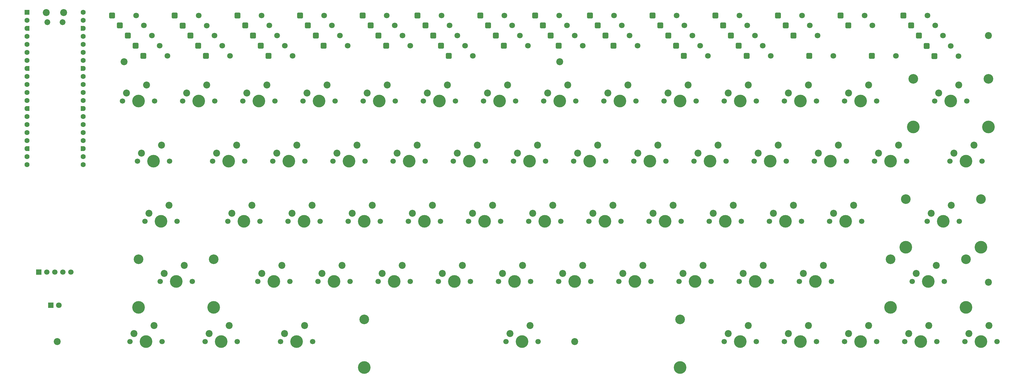
<source format=gbr>
%TF.GenerationSoftware,KiCad,Pcbnew,9.0.4*%
%TF.CreationDate,2025-10-25T14:37:41+02:00*%
%TF.ProjectId,orione-v2,6f72696f-6e65-42d7-9632-2e6b69636164,rev?*%
%TF.SameCoordinates,Original*%
%TF.FileFunction,Soldermask,Bot*%
%TF.FilePolarity,Negative*%
%FSLAX46Y46*%
G04 Gerber Fmt 4.6, Leading zero omitted, Abs format (unit mm)*
G04 Created by KiCad (PCBNEW 9.0.4) date 2025-10-25 14:37:41*
%MOMM*%
%LPD*%
G01*
G04 APERTURE LIST*
G04 Aperture macros list*
%AMRoundRect*
0 Rectangle with rounded corners*
0 $1 Rounding radius*
0 $2 $3 $4 $5 $6 $7 $8 $9 X,Y pos of 4 corners*
0 Add a 4 corners polygon primitive as box body*
4,1,4,$2,$3,$4,$5,$6,$7,$8,$9,$2,$3,0*
0 Add four circle primitives for the rounded corners*
1,1,$1+$1,$2,$3*
1,1,$1+$1,$4,$5*
1,1,$1+$1,$6,$7*
1,1,$1+$1,$8,$9*
0 Add four rect primitives between the rounded corners*
20,1,$1+$1,$2,$3,$4,$5,0*
20,1,$1+$1,$4,$5,$6,$7,0*
20,1,$1+$1,$6,$7,$8,$9,0*
20,1,$1+$1,$8,$9,$2,$3,0*%
%AMFreePoly0*
4,1,37,0.603843,0.796157,0.639018,0.796157,0.711114,0.766294,0.766294,0.711114,0.796157,0.639018,0.796157,0.603843,0.800000,0.600000,0.800000,-0.600000,0.796157,-0.603843,0.796157,-0.639018,0.766294,-0.711114,0.711114,-0.766294,0.639018,-0.796157,0.603843,-0.796157,0.600000,-0.800000,0.000000,-0.800000,0.000000,-0.796148,-0.078414,-0.796148,-0.232228,-0.765552,-0.377117,-0.705537,
-0.507515,-0.618408,-0.618408,-0.507515,-0.705537,-0.377117,-0.765552,-0.232228,-0.796148,-0.078414,-0.796148,0.078414,-0.765552,0.232228,-0.705537,0.377117,-0.618408,0.507515,-0.507515,0.618408,-0.377117,0.705537,-0.232228,0.765552,-0.078414,0.796148,0.000000,0.796148,0.000000,0.800000,0.600000,0.800000,0.603843,0.796157,0.603843,0.796157,$1*%
%AMFreePoly1*
4,1,37,0.000000,0.796148,0.078414,0.796148,0.232228,0.765552,0.377117,0.705537,0.507515,0.618408,0.618408,0.507515,0.705537,0.377117,0.765552,0.232228,0.796148,0.078414,0.796148,-0.078414,0.765552,-0.232228,0.705537,-0.377117,0.618408,-0.507515,0.507515,-0.618408,0.377117,-0.705537,0.232228,-0.765552,0.078414,-0.796148,0.000000,-0.796148,0.000000,-0.800000,-0.600000,-0.800000,
-0.603843,-0.796157,-0.639018,-0.796157,-0.711114,-0.766294,-0.766294,-0.711114,-0.796157,-0.639018,-0.796157,-0.603843,-0.800000,-0.600000,-0.800000,0.600000,-0.796157,0.603843,-0.796157,0.639018,-0.766294,0.711114,-0.711114,0.766294,-0.639018,0.796157,-0.603843,0.796157,-0.600000,0.800000,0.000000,0.800000,0.000000,0.796148,0.000000,0.796148,$1*%
G04 Aperture macros list end*
%ADD10RoundRect,0.250000X-0.650000X-0.650000X0.650000X-0.650000X0.650000X0.650000X-0.650000X0.650000X0*%
%ADD11C,1.800000*%
%ADD12C,2.200000*%
%ADD13C,1.700000*%
%ADD14C,4.000000*%
%ADD15R,1.800000X1.800000*%
%ADD16C,3.050000*%
%ADD17R,1.700000X1.700000*%
%ADD18C,1.850000*%
%ADD19RoundRect,0.200000X-0.600000X-0.600000X0.600000X-0.600000X0.600000X0.600000X-0.600000X0.600000X0*%
%ADD20C,1.600000*%
%ADD21FreePoly0,0.000000*%
%ADD22FreePoly1,0.000000*%
G04 APERTURE END LIST*
D10*
%TO.C,D7*%
X195667500Y-79662500D03*
D11*
X203287500Y-79662500D03*
%TD*%
D10*
%TO.C,D38*%
X255187500Y-86070000D03*
D11*
X262807500Y-86070000D03*
%TD*%
D10*
%TO.C,D50*%
X237810000Y-89280000D03*
D11*
X245430000Y-89280000D03*
%TD*%
D10*
%TO.C,D55*%
X108850000Y-92480000D03*
D11*
X116470000Y-92480000D03*
%TD*%
D10*
%TO.C,D11*%
X270067500Y-79662500D03*
D11*
X277687500Y-79662500D03*
%TD*%
D12*
%TO.C,REF\u002A\u002A*%
X82902500Y-94305000D03*
%TD*%
D10*
%TO.C,D2*%
X98947500Y-79662500D03*
D11*
X106567500Y-79662500D03*
%TD*%
D10*
%TO.C,D23*%
X232850000Y-82860000D03*
D11*
X240470000Y-82860000D03*
%TD*%
D10*
%TO.C,D15*%
X81587500Y-82862500D03*
D11*
X89207500Y-82862500D03*
%TD*%
D13*
%TO.C,SW54*%
X84773750Y-182987500D03*
D14*
X89853750Y-182987500D03*
D13*
X94933750Y-182987500D03*
D12*
X92393750Y-177907500D03*
X86043750Y-180447500D03*
%TD*%
D10*
%TO.C,D24*%
X252700000Y-82860000D03*
D11*
X260320000Y-82860000D03*
%TD*%
D10*
%TO.C,D37*%
X235340000Y-86070000D03*
D11*
X242960000Y-86070000D03*
%TD*%
D13*
%TO.C,SW9*%
X234792500Y-106787500D03*
D14*
X239872500Y-106787500D03*
D13*
X244952500Y-106787500D03*
D12*
X242412500Y-101707500D03*
X236062500Y-104247500D03*
%TD*%
D13*
%TO.C,SW18*%
X149067500Y-125837500D03*
D14*
X154147500Y-125837500D03*
D13*
X159227500Y-125837500D03*
D12*
X156687500Y-120757500D03*
X150337500Y-123297500D03*
%TD*%
D10*
%TO.C,D44*%
X126197500Y-89275000D03*
D11*
X133817500Y-89275000D03*
%TD*%
D13*
%TO.C,SW45*%
X163355000Y-163937500D03*
D14*
X168435000Y-163937500D03*
D13*
X173515000Y-163937500D03*
D12*
X170975000Y-158857500D03*
X164625000Y-161397500D03*
%TD*%
D15*
%TO.C,D63*%
X59713460Y-171470000D03*
D11*
X62253460Y-171470000D03*
%TD*%
D16*
%TO.C,SW42*%
X87478750Y-156937500D03*
D14*
X87478750Y-172177500D03*
D13*
X94298750Y-163937500D03*
D14*
X99378750Y-163937500D03*
D13*
X104458750Y-163937500D03*
D16*
X111278750Y-156937500D03*
D14*
X111278750Y-172177500D03*
D12*
X101918750Y-158857500D03*
X95568750Y-161397500D03*
%TD*%
D10*
%TO.C,D48*%
X203100000Y-89280000D03*
D11*
X210720000Y-89280000D03*
%TD*%
D10*
%TO.C,D21*%
X198140000Y-82860000D03*
D11*
X205760000Y-82860000D03*
%TD*%
D10*
%TO.C,D8*%
X213027500Y-79662500D03*
D11*
X220647500Y-79662500D03*
%TD*%
D10*
%TO.C,D9*%
X230387500Y-79662500D03*
D11*
X238007500Y-79662500D03*
%TD*%
D10*
%TO.C,D57*%
X185730000Y-92490000D03*
D11*
X193350000Y-92490000D03*
%TD*%
D10*
%TO.C,D43*%
X106360000Y-89280000D03*
D11*
X113980000Y-89280000D03*
%TD*%
D10*
%TO.C,D14*%
X329587500Y-79662500D03*
D11*
X337207500Y-79662500D03*
%TD*%
D16*
%TO.C,SW53*%
X325603750Y-156937500D03*
D14*
X325603750Y-172177500D03*
D13*
X332423750Y-163937500D03*
D14*
X337503750Y-163937500D03*
D13*
X342583750Y-163937500D03*
D16*
X349403750Y-156937500D03*
D14*
X349403750Y-172177500D03*
D12*
X340043750Y-158857500D03*
X333693750Y-161397500D03*
%TD*%
D16*
%TO.C,SW57*%
X158916250Y-175987500D03*
D14*
X158916250Y-191227500D03*
D13*
X203836250Y-182987500D03*
D14*
X208916250Y-182987500D03*
D13*
X213996250Y-182987500D03*
D16*
X258916250Y-175987500D03*
D14*
X258916250Y-191227500D03*
D12*
X211456250Y-177907500D03*
X205106250Y-180447500D03*
%TD*%
D13*
%TO.C,SW11*%
X272892500Y-106787500D03*
D14*
X277972500Y-106787500D03*
D13*
X283052500Y-106787500D03*
D12*
X280512500Y-101707500D03*
X274162500Y-104247500D03*
%TD*%
D10*
%TO.C,D59*%
X279970000Y-92490000D03*
D11*
X287590000Y-92490000D03*
%TD*%
D13*
%TO.C,SW30*%
X115730000Y-144887500D03*
D14*
X120810000Y-144887500D03*
D13*
X125890000Y-144887500D03*
D12*
X123350000Y-139807500D03*
X117000000Y-142347500D03*
%TD*%
D13*
%TO.C,SW10*%
X253842500Y-106787500D03*
D14*
X258922500Y-106787500D03*
D13*
X264002500Y-106787500D03*
D12*
X261462500Y-101707500D03*
X255112500Y-104247500D03*
%TD*%
D13*
%TO.C,SW38*%
X268130000Y-144887500D03*
D14*
X273210000Y-144887500D03*
D13*
X278290000Y-144887500D03*
D12*
X275750000Y-139807500D03*
X269400000Y-142347500D03*
%TD*%
D13*
%TO.C,SW43*%
X125255000Y-163937500D03*
D14*
X130335000Y-163937500D03*
D13*
X135415000Y-163937500D03*
D12*
X132875000Y-158857500D03*
X126525000Y-161397500D03*
%TD*%
D13*
%TO.C,SW7*%
X196692500Y-106787500D03*
D14*
X201772500Y-106787500D03*
D13*
X206852500Y-106787500D03*
D12*
X204312500Y-101707500D03*
X197962500Y-104247500D03*
%TD*%
D10*
%TO.C,D62*%
X339490000Y-92530000D03*
D11*
X347110000Y-92530000D03*
%TD*%
D13*
%TO.C,SW4*%
X139542500Y-106787500D03*
D14*
X144622500Y-106787500D03*
D13*
X149702500Y-106787500D03*
D12*
X147162500Y-101707500D03*
X140812500Y-104247500D03*
%TD*%
D10*
%TO.C,D35*%
X200610000Y-86070000D03*
D11*
X208230000Y-86070000D03*
%TD*%
D13*
%TO.C,SW52*%
X296705000Y-163937500D03*
D14*
X301785000Y-163937500D03*
D13*
X306865000Y-163937500D03*
D12*
X304325000Y-158857500D03*
X297975000Y-161397500D03*
%TD*%
D13*
%TO.C,SW61*%
X330042500Y-182987500D03*
D14*
X335122500Y-182987500D03*
D13*
X340202500Y-182987500D03*
D12*
X337662500Y-177907500D03*
X331312500Y-180447500D03*
%TD*%
D10*
%TO.C,D33*%
X163427500Y-86062500D03*
D11*
X171047500Y-86062500D03*
%TD*%
D13*
%TO.C,SW20*%
X187167500Y-125837500D03*
D14*
X192247500Y-125837500D03*
D13*
X197327500Y-125837500D03*
D12*
X194787500Y-120757500D03*
X188437500Y-123297500D03*
%TD*%
D13*
%TO.C,SW6*%
X177642500Y-106787500D03*
D14*
X182722500Y-106787500D03*
D13*
X187802500Y-106787500D03*
D12*
X185262500Y-101707500D03*
X178912500Y-104247500D03*
%TD*%
D13*
%TO.C,SW27*%
X320517500Y-125837500D03*
D14*
X325597500Y-125837500D03*
D13*
X330677500Y-125837500D03*
D12*
X328137500Y-120757500D03*
X321787500Y-123297500D03*
%TD*%
D10*
%TO.C,D28*%
X332050000Y-82870000D03*
D11*
X339670000Y-82870000D03*
%TD*%
D12*
%TO.C,REF\u002A\u002A*%
X225585000Y-182987500D03*
%TD*%
D10*
%TO.C,D47*%
X183260000Y-89280000D03*
D11*
X190880000Y-89280000D03*
%TD*%
D13*
%TO.C,SW56*%
X132398750Y-182987500D03*
D14*
X137478750Y-182987500D03*
D13*
X142558750Y-182987500D03*
D12*
X140018750Y-177907500D03*
X133668750Y-180447500D03*
%TD*%
D10*
%TO.C,D3*%
X118787500Y-79662500D03*
D11*
X126407500Y-79662500D03*
%TD*%
D13*
%TO.C,SW8*%
X215742500Y-106787500D03*
D14*
X220822500Y-106787500D03*
D13*
X225902500Y-106787500D03*
D12*
X223362500Y-101707500D03*
X217012500Y-104247500D03*
%TD*%
D13*
%TO.C,SW26*%
X301467500Y-125837500D03*
D14*
X306547500Y-125837500D03*
D13*
X311627500Y-125837500D03*
D12*
X309087500Y-120757500D03*
X302737500Y-123297500D03*
%TD*%
D17*
%TO.C,J1*%
X55938460Y-160970000D03*
D13*
X58478460Y-160970000D03*
X61018460Y-160970000D03*
X63558460Y-160970000D03*
X66098460Y-160970000D03*
%TD*%
%TO.C,SW31*%
X134780000Y-144887500D03*
D14*
X139860000Y-144887500D03*
D13*
X144940000Y-144887500D03*
D12*
X142400000Y-139807500D03*
X136050000Y-142347500D03*
%TD*%
D13*
%TO.C,SW29*%
X89536250Y-144887500D03*
D14*
X94616250Y-144887500D03*
D13*
X99696250Y-144887500D03*
D12*
X97156250Y-139807500D03*
X90806250Y-142347500D03*
%TD*%
D10*
%TO.C,D10*%
X250227500Y-79662500D03*
D11*
X257847500Y-79662500D03*
%TD*%
D13*
%TO.C,SW22*%
X225267500Y-125837500D03*
D14*
X230347500Y-125837500D03*
D13*
X235427500Y-125837500D03*
D12*
X232887500Y-120757500D03*
X226537500Y-123297500D03*
%TD*%
D13*
%TO.C,SW2*%
X101442500Y-106787500D03*
D14*
X106522500Y-106787500D03*
D13*
X111602500Y-106787500D03*
D12*
X109062500Y-101707500D03*
X102712500Y-104247500D03*
%TD*%
D10*
%TO.C,D34*%
X180787500Y-86070000D03*
D11*
X188407500Y-86070000D03*
%TD*%
D13*
%TO.C,SW5*%
X158592500Y-106787500D03*
D14*
X163672500Y-106787500D03*
D13*
X168752500Y-106787500D03*
D12*
X166212500Y-101707500D03*
X159862500Y-104247500D03*
%TD*%
D10*
%TO.C,D46*%
X165900000Y-89270000D03*
D11*
X173520000Y-89270000D03*
%TD*%
D10*
%TO.C,D52*%
X277500000Y-89280000D03*
D11*
X285120000Y-89280000D03*
%TD*%
D10*
%TO.C,D49*%
X220460000Y-89280000D03*
D11*
X228080000Y-89280000D03*
%TD*%
D10*
%TO.C,D30*%
X103870000Y-86080000D03*
D11*
X111490000Y-86080000D03*
%TD*%
D10*
%TO.C,D25*%
X272547500Y-82865000D03*
D11*
X280167500Y-82865000D03*
%TD*%
D10*
%TO.C,D51*%
X257660000Y-89280000D03*
D11*
X265280000Y-89280000D03*
%TD*%
D13*
%TO.C,SW23*%
X244317500Y-125837500D03*
D14*
X249397500Y-125837500D03*
D13*
X254477500Y-125837500D03*
D12*
X251937500Y-120757500D03*
X245587500Y-123297500D03*
%TD*%
D13*
%TO.C,SW12*%
X291942500Y-106787500D03*
D14*
X297022500Y-106787500D03*
D13*
X302102500Y-106787500D03*
D12*
X299562500Y-101707500D03*
X293212500Y-104247500D03*
%TD*%
D10*
%TO.C,D32*%
X143587500Y-86065000D03*
D11*
X151207500Y-86065000D03*
%TD*%
D13*
%TO.C,SW17*%
X130017500Y-125837500D03*
D14*
X135097500Y-125837500D03*
D13*
X140177500Y-125837500D03*
D12*
X137637500Y-120757500D03*
X131287500Y-123297500D03*
%TD*%
%TO.C,REF\u002A\u002A*%
X356547500Y-164205000D03*
%TD*%
D13*
%TO.C,SW34*%
X191930000Y-144887500D03*
D14*
X197010000Y-144887500D03*
D13*
X202090000Y-144887500D03*
D12*
X199550000Y-139807500D03*
X193200000Y-142347500D03*
%TD*%
%TO.C,REF\u002A\u002A*%
X220822500Y-94305000D03*
%TD*%
D13*
%TO.C,SW55*%
X108586250Y-182987500D03*
D14*
X113666250Y-182987500D03*
D13*
X118746250Y-182987500D03*
D12*
X116206250Y-177907500D03*
X109856250Y-180447500D03*
%TD*%
D13*
%TO.C,SW44*%
X144305000Y-163937500D03*
D14*
X149385000Y-163937500D03*
D13*
X154465000Y-163937500D03*
D12*
X151925000Y-158857500D03*
X145575000Y-161397500D03*
%TD*%
D16*
%TO.C,SW14*%
X332747500Y-99787500D03*
D14*
X332747500Y-115027500D03*
D13*
X339567500Y-106787500D03*
D14*
X344647500Y-106787500D03*
D13*
X349727500Y-106787500D03*
D16*
X356547500Y-99787500D03*
D14*
X356547500Y-115027500D03*
D12*
X347187500Y-101707500D03*
X340837500Y-104247500D03*
%TD*%
D13*
%TO.C,SW21*%
X206217500Y-125837500D03*
D14*
X211297500Y-125837500D03*
D13*
X216377500Y-125837500D03*
D12*
X213837500Y-120757500D03*
X207487500Y-123297500D03*
%TD*%
D13*
%TO.C,SW59*%
X291942500Y-182987500D03*
D14*
X297022500Y-182987500D03*
D13*
X302102500Y-182987500D03*
D12*
X299562500Y-177907500D03*
X293212500Y-180447500D03*
%TD*%
D10*
%TO.C,D22*%
X215500000Y-82860000D03*
D11*
X223120000Y-82860000D03*
%TD*%
D13*
%TO.C,SW25*%
X282417500Y-125837500D03*
D14*
X287497500Y-125837500D03*
D13*
X292577500Y-125837500D03*
D12*
X290037500Y-120757500D03*
X283687500Y-123297500D03*
%TD*%
D10*
%TO.C,D45*%
X146067500Y-89265000D03*
D11*
X153687500Y-89265000D03*
%TD*%
D13*
%TO.C,SW15*%
X87155000Y-125837500D03*
D14*
X92235000Y-125837500D03*
D13*
X97315000Y-125837500D03*
D12*
X94775000Y-120757500D03*
X88425000Y-123297500D03*
%TD*%
D13*
%TO.C,SW47*%
X201455000Y-163937500D03*
D14*
X206535000Y-163937500D03*
D13*
X211615000Y-163937500D03*
D12*
X209075000Y-158857500D03*
X202725000Y-161397500D03*
%TD*%
D13*
%TO.C,SW3*%
X120492500Y-106787500D03*
D14*
X125572500Y-106787500D03*
D13*
X130652500Y-106787500D03*
D12*
X128112500Y-101707500D03*
X121762500Y-104247500D03*
%TD*%
D13*
%TO.C,SW13*%
X310992500Y-106787500D03*
D14*
X316072500Y-106787500D03*
D13*
X321152500Y-106787500D03*
D12*
X318612500Y-101707500D03*
X312262500Y-104247500D03*
%TD*%
D10*
%TO.C,D58*%
X260130000Y-92490000D03*
D11*
X267750000Y-92490000D03*
%TD*%
D13*
%TO.C,SW35*%
X210980000Y-144887500D03*
D14*
X216060000Y-144887500D03*
D13*
X221140000Y-144887500D03*
D12*
X218600000Y-139807500D03*
X212250000Y-142347500D03*
%TD*%
D10*
%TO.C,D13*%
X309747500Y-79662500D03*
D11*
X317367500Y-79662500D03*
%TD*%
D13*
%TO.C,SW36*%
X230030000Y-144887500D03*
D14*
X235110000Y-144887500D03*
D13*
X240190000Y-144887500D03*
D12*
X237650000Y-139807500D03*
X231300000Y-142347500D03*
%TD*%
D10*
%TO.C,D16*%
X101410000Y-82880000D03*
D11*
X109030000Y-82880000D03*
%TD*%
D12*
%TO.C,REF\u002A\u002A*%
X356547500Y-86055000D03*
%TD*%
D10*
%TO.C,D4*%
X138627500Y-79662500D03*
D11*
X146247500Y-79662500D03*
%TD*%
D13*
%TO.C,SW48*%
X220505000Y-163937500D03*
D14*
X225585000Y-163937500D03*
D13*
X230665000Y-163937500D03*
D12*
X228125000Y-158857500D03*
X221775000Y-161397500D03*
%TD*%
D10*
%TO.C,D31*%
X123720000Y-86080000D03*
D11*
X131340000Y-86080000D03*
%TD*%
D13*
%TO.C,SW49*%
X239555000Y-163937500D03*
D14*
X244635000Y-163937500D03*
D13*
X249715000Y-163937500D03*
D12*
X247175000Y-158857500D03*
X240825000Y-161397500D03*
%TD*%
D10*
%TO.C,D27*%
X312210000Y-82870000D03*
D11*
X319830000Y-82870000D03*
%TD*%
D10*
%TO.C,D12*%
X289907500Y-79665000D03*
D11*
X297527500Y-79665000D03*
%TD*%
D10*
%TO.C,D60*%
X299827500Y-92455000D03*
D11*
X307447500Y-92455000D03*
%TD*%
D10*
%TO.C,D42*%
X86520000Y-89280000D03*
D11*
X94140000Y-89280000D03*
%TD*%
D13*
%TO.C,SW51*%
X277655000Y-163937500D03*
D14*
X282735000Y-163937500D03*
D13*
X287815000Y-163937500D03*
D12*
X285275000Y-158857500D03*
X278925000Y-161397500D03*
%TD*%
D13*
%TO.C,SW1*%
X82392500Y-106787500D03*
D14*
X87472500Y-106787500D03*
D13*
X92552500Y-106787500D03*
D12*
X90012500Y-101707500D03*
X83662500Y-104247500D03*
%TD*%
D10*
%TO.C,D6*%
X175827500Y-79662500D03*
D11*
X183447500Y-79662500D03*
%TD*%
D10*
%TO.C,D26*%
X292387500Y-82862500D03*
D11*
X300007500Y-82862500D03*
%TD*%
D10*
%TO.C,D1*%
X79097500Y-79662500D03*
D11*
X86717500Y-79662500D03*
%TD*%
D13*
%TO.C,SW19*%
X168117500Y-125837500D03*
D14*
X173197500Y-125837500D03*
D13*
X178277500Y-125837500D03*
D12*
X175737500Y-120757500D03*
X169387500Y-123297500D03*
%TD*%
D13*
%TO.C,SW58*%
X272892500Y-182987500D03*
D14*
X277972500Y-182987500D03*
D13*
X283052500Y-182987500D03*
D12*
X280512500Y-177907500D03*
X274162500Y-180447500D03*
%TD*%
D13*
%TO.C,SW39*%
X287180000Y-144887500D03*
D14*
X292260000Y-144887500D03*
D13*
X297340000Y-144887500D03*
D12*
X294800000Y-139807500D03*
X288450000Y-142347500D03*
%TD*%
%TO.C,REF\u002A\u002A*%
X61712500Y-182987500D03*
%TD*%
D10*
%TO.C,D18*%
X141107500Y-82862500D03*
D11*
X148727500Y-82862500D03*
%TD*%
D10*
%TO.C,D40*%
X294860000Y-86070000D03*
D11*
X302480000Y-86070000D03*
%TD*%
D13*
%TO.C,SW32*%
X153830000Y-144887500D03*
D14*
X158910000Y-144887500D03*
D13*
X163990000Y-144887500D03*
D12*
X161450000Y-139807500D03*
X155100000Y-142347500D03*
%TD*%
D10*
%TO.C,D5*%
X158467500Y-79662500D03*
D11*
X166087500Y-79662500D03*
%TD*%
D10*
%TO.C,D41*%
X334530000Y-86090000D03*
D11*
X342150000Y-86090000D03*
%TD*%
D13*
%TO.C,SW60*%
X310992500Y-182987500D03*
D14*
X316072500Y-182987500D03*
D13*
X321152500Y-182987500D03*
D12*
X318612500Y-177907500D03*
X312262500Y-180447500D03*
%TD*%
D10*
%TO.C,D29*%
X84060000Y-86070000D03*
D11*
X91680000Y-86070000D03*
%TD*%
D13*
%TO.C,SW24*%
X263367500Y-125837500D03*
D14*
X268447500Y-125837500D03*
D13*
X273527500Y-125837500D03*
D12*
X270987500Y-120757500D03*
X264637500Y-123297500D03*
%TD*%
D10*
%TO.C,D56*%
X128667500Y-92470000D03*
D11*
X136287500Y-92470000D03*
%TD*%
D13*
%TO.C,SW62*%
X349092500Y-182987500D03*
D14*
X354172500Y-182987500D03*
D13*
X359252500Y-182987500D03*
D12*
X356712500Y-177907500D03*
X350362500Y-180447500D03*
%TD*%
D13*
%TO.C,SW28*%
X344330000Y-125837500D03*
D14*
X349410000Y-125837500D03*
D13*
X354490000Y-125837500D03*
D12*
X351950000Y-120757500D03*
X345600000Y-123297500D03*
%TD*%
D16*
%TO.C,SW41*%
X330366250Y-137887500D03*
D14*
X330366250Y-153127500D03*
D13*
X337186250Y-144887500D03*
D14*
X342266250Y-144887500D03*
D13*
X347346250Y-144887500D03*
D16*
X354166250Y-137887500D03*
D14*
X354166250Y-153127500D03*
D12*
X344806250Y-139807500D03*
X338456250Y-142347500D03*
%TD*%
D10*
%TO.C,D39*%
X275010000Y-86070000D03*
D11*
X282630000Y-86070000D03*
%TD*%
D13*
%TO.C,SW16*%
X110967500Y-125837500D03*
D14*
X116047500Y-125837500D03*
D13*
X121127500Y-125837500D03*
D12*
X118587500Y-120757500D03*
X112237500Y-123297500D03*
%TD*%
D13*
%TO.C,SW37*%
X249080000Y-144887500D03*
D14*
X254160000Y-144887500D03*
D13*
X259240000Y-144887500D03*
D12*
X256700000Y-139807500D03*
X250350000Y-142347500D03*
%TD*%
D10*
%TO.C,D53*%
X337027500Y-89310000D03*
D11*
X344647500Y-89310000D03*
%TD*%
D10*
%TO.C,D54*%
X89000000Y-92490000D03*
D11*
X96620000Y-92490000D03*
%TD*%
D13*
%TO.C,SW33*%
X172880000Y-144887500D03*
D14*
X177960000Y-144887500D03*
D13*
X183040000Y-144887500D03*
D12*
X180500000Y-139807500D03*
X174150000Y-142347500D03*
%TD*%
D10*
%TO.C,D61*%
X319667500Y-92455000D03*
D11*
X327287500Y-92455000D03*
%TD*%
D10*
%TO.C,D17*%
X121240000Y-82870000D03*
D11*
X128860000Y-82870000D03*
%TD*%
D10*
%TO.C,D20*%
X178307500Y-82862500D03*
D11*
X185927500Y-82862500D03*
%TD*%
D12*
%TO.C,A1*%
X58307100Y-78795000D03*
D18*
X58607100Y-81825000D03*
X63457100Y-81825000D03*
D12*
X63757100Y-78795000D03*
D19*
X52142100Y-78665000D03*
D20*
X52142100Y-81205000D03*
D21*
X52142100Y-83745000D03*
D20*
X52142100Y-86285000D03*
X52142100Y-88825000D03*
X52142100Y-91365000D03*
X52142100Y-93905000D03*
D21*
X52142100Y-96445000D03*
D20*
X52142100Y-98985000D03*
X52142100Y-101525000D03*
X52142100Y-104065000D03*
X52142100Y-106605000D03*
D21*
X52142100Y-109145000D03*
D20*
X52142100Y-111685000D03*
X52142100Y-114225000D03*
X52142100Y-116765000D03*
X52142100Y-119305000D03*
D21*
X52142100Y-121845000D03*
D20*
X52142100Y-124385000D03*
X52142100Y-126925000D03*
X69922100Y-126925000D03*
X69922100Y-124385000D03*
D22*
X69922100Y-121845000D03*
D20*
X69922100Y-119305000D03*
X69922100Y-116765000D03*
X69922100Y-114225000D03*
X69922100Y-111685000D03*
D22*
X69922100Y-109145000D03*
D20*
X69922100Y-106605000D03*
X69922100Y-104065000D03*
X69922100Y-101525000D03*
X69922100Y-98985000D03*
D22*
X69922100Y-96445000D03*
D20*
X69922100Y-93905000D03*
X69922100Y-91365000D03*
X69922100Y-88825000D03*
X69922100Y-86285000D03*
D22*
X69922100Y-83745000D03*
D20*
X69922100Y-81205000D03*
X69922100Y-78665000D03*
%TD*%
D13*
%TO.C,SW40*%
X306230000Y-144887500D03*
D14*
X311310000Y-144887500D03*
D13*
X316390000Y-144887500D03*
D12*
X313850000Y-139807500D03*
X307500000Y-142347500D03*
%TD*%
D13*
%TO.C,SW46*%
X182405000Y-163937500D03*
D14*
X187485000Y-163937500D03*
D13*
X192565000Y-163937500D03*
D12*
X190025000Y-158857500D03*
X183675000Y-161397500D03*
%TD*%
D10*
%TO.C,D36*%
X217987500Y-86070000D03*
D11*
X225607500Y-86070000D03*
%TD*%
D13*
%TO.C,SW50*%
X258605000Y-163937500D03*
D14*
X263685000Y-163937500D03*
D13*
X268765000Y-163937500D03*
D12*
X266225000Y-158857500D03*
X259875000Y-161397500D03*
%TD*%
D10*
%TO.C,D19*%
X160930000Y-82870000D03*
D11*
X168550000Y-82870000D03*
%TD*%
M02*

</source>
